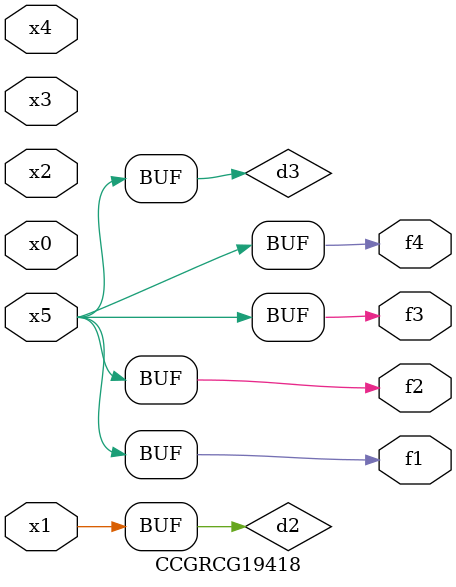
<source format=v>
module CCGRCG19418(
	input x0, x1, x2, x3, x4, x5,
	output f1, f2, f3, f4
);

	wire d1, d2, d3;

	not (d1, x5);
	or (d2, x1);
	xnor (d3, d1);
	assign f1 = d3;
	assign f2 = d3;
	assign f3 = d3;
	assign f4 = d3;
endmodule

</source>
